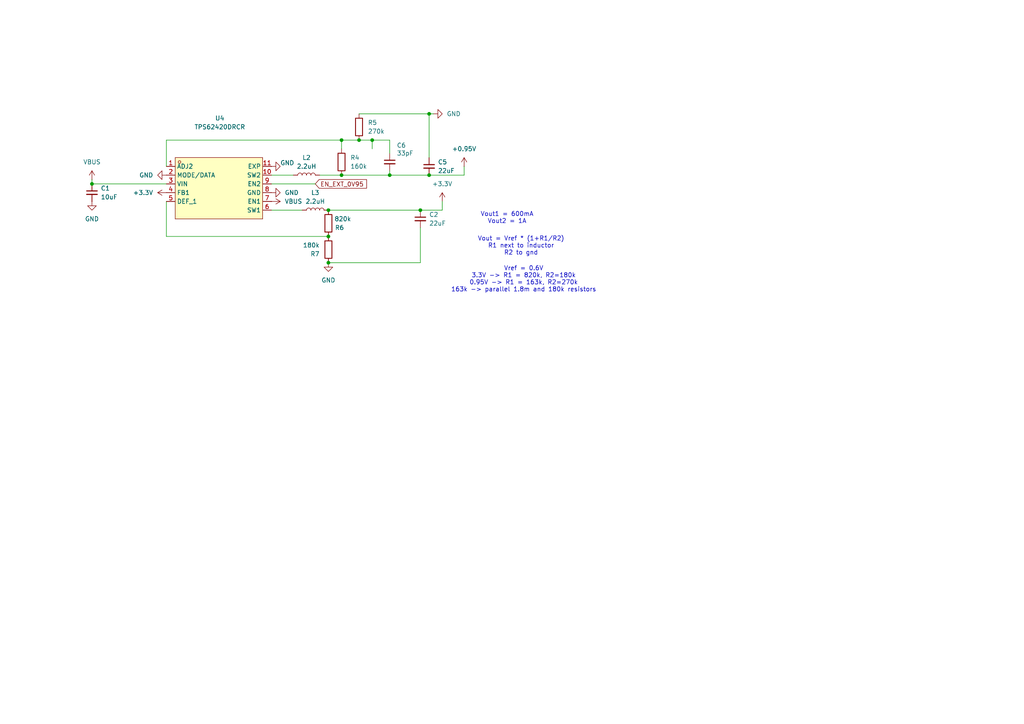
<source format=kicad_sch>
(kicad_sch (version 20250114) (generator "eeschema") (generator_version "9.0")
  (paper "A4")
  (lib_symbols
    (symbol "Device:C_Small" (pin_numbers (hide yes)) (pin_names (offset 0.254) (hide yes))
      (property "Reference" "C" (at 0.254 1.778 0))
      (property "Value" "C_Small" (at 0.254 -2.032 0))
      (symbol "C_Small_0_1"
        (polyline (pts (xy -1.524 0.508) (xy 1.524 0.508)) (stroke (width 0.3048)))
        (polyline (pts (xy -1.524 -0.508) (xy 1.524 -0.508)) (stroke (width 0.3302)))
      )
      (symbol "C_Small_1_1"
        (pin passive line (at 0 2.54 270) (length 2.032) (name "~") (number "1"))
        (pin passive line (at 0 -2.54 90) (length 2.032) (name "~") (number "2"))
      )
    )
    (symbol "Device:L" (pin_numbers (hide yes)) (pin_names (offset 1.016) (hide yes))
      (property "Reference" "L" (at -1.27 0 90))
      (property "Value" "L" (at 1.905 0 90))
      (symbol "L_0_1"
        (arc (start 0 2.54) (mid 0.6323 1.905) (end 0 1.27))
        (arc (start 0 1.27) (mid 0.6323 0.635) (end 0 0))
        (arc (start 0 0) (mid 0.6323 -0.635) (end 0 -1.27))
        (arc (start 0 -1.27) (mid 0.6323 -1.905) (end 0 -2.54))
      )
      (symbol "L_1_1"
        (pin passive line (at 0 3.81 270) (length 1.27) (name "1") (number "1"))
        (pin passive line (at 0 -3.81 90) (length 1.27) (name "2") (number "2"))
      )
    )
    (symbol "Device:R" (pin_numbers (hide yes)) (pin_names (offset 0))
      (property "Reference" "R" (at 2.032 0 90))
      (property "Value" "R" (at 0 0 90))
      (symbol "R_0_1"
        (rectangle (start -1.016 -2.54) (end 1.016 2.54) (stroke (width 0.254)))
      )
      (symbol "R_1_1"
        (pin passive line (at 0 3.81 270) (length 1.27) (name "~") (number "1"))
        (pin passive line (at 0 -3.81 90) (length 1.27) (name "~") (number "2"))
      )
    )
    (symbol "da:TPS62420DRCR"
      (property "Reference" "U" (at 0 11.43 0))
      (property "Value" "TPS62420DRCR" (at 0 -11.43 0))
      (symbol "TPS62420DRCR_0_1"
        (rectangle (start -12.7 8.89) (end 12.7 -8.89) (fill (type background)))
        (circle (center -11.43 7.62) (radius 0.38))
        (pin unspecified line (at -15.24 6.35 0) (length 2.54) (name "ADJ2") (number "1"))
        (pin unspecified line (at -15.24 3.81 0) (length 2.54) (name "MODE/DATA") (number "2"))
        (pin unspecified line (at -15.24 1.27 0) (length 2.54) (name "VIN") (number "3"))
        (pin unspecified line (at -15.24 -1.27 0) (length 2.54) (name "FB1") (number "4"))
        (pin unspecified line (at -15.24 -3.81 0) (length 2.54) (name "DEF_1") (number "5"))
        (pin unspecified line (at 15.24 6.35 180) (length 2.54) (name "EXP") (number "11"))
        (pin unspecified line (at 15.24 3.81 180) (length 2.54) (name "SW2") (number "10"))
        (pin unspecified line (at 15.24 1.27 180) (length 2.54) (name "EN2") (number "9"))
        (pin unspecified line (at 15.24 -1.27 180) (length 2.54) (name "GND") (number "8"))
        (pin unspecified line (at 15.24 -3.81 180) (length 2.54) (name "EN1") (number "7"))
        (pin unspecified line (at 15.24 -6.35 180) (length 2.54) (name "SW1") (number "6"))
      )
    )
    (symbol "power:+1V0" (power) (pin_numbers (hide yes)) (pin_names (offset 0) (hide yes))
      (property "Value" "+1V0" (at 0 3.556 0))
      (symbol "+1V0_0_1"
        (polyline (pts (xy -0.762 1.27) (xy 0 2.54)))
        (polyline (pts (xy 0 2.54) (xy 0.762 1.27)))
        (polyline (pts (xy 0 0) (xy 0 2.54)))
      )
      (symbol "+1V0_1_1"
        (pin power_in line (at 0 0 90) (length 0) (name "~") (number "1"))
      )
    )
    (symbol "power:+3.3V" (power) (pin_numbers (hide yes)) (pin_names (offset 0) (hide yes))
      (property "Value" "+3.3V" (at 0 3.556 0))
      (symbol "+3.3V_0_1"
        (polyline (pts (xy -0.762 1.27) (xy 0 2.54)))
        (polyline (pts (xy 0 2.54) (xy 0.762 1.27)))
        (polyline (pts (xy 0 0) (xy 0 2.54)))
      )
      (symbol "+3.3V_1_1"
        (pin power_in line (at 0 0 90) (length 0) (name "~") (number "1"))
      )
    )
    (symbol "power:GND" (power) (pin_numbers (hide yes)) (pin_names (offset 0) (hide yes))
      (property "Value" "GND" (at 0 -3.81 0))
      (symbol "GND_0_1"
        (polyline (pts (xy 0 0) (xy 0 -1.27) (xy 1.27 -1.27) (xy 0 -2.54) (xy -1.27 -1.27) (xy 0 -1.27)))
      )
      (symbol "GND_1_1"
        (pin power_in line (at 0 0 270) (length 0) (name "~") (number "1"))
      )
    )
    (symbol "power:VBUS" (power) (pin_numbers (hide yes)) (pin_names (offset 0) (hide yes))
      (property "Value" "VBUS" (at 0 3.556 0))
      (symbol "VBUS_0_1"
        (polyline (pts (xy -0.762 1.27) (xy 0 2.54)))
        (polyline (pts (xy 0 2.54) (xy 0.762 1.27)))
        (polyline (pts (xy 0 0) (xy 0 2.54)))
      )
      (symbol "VBUS_1_1"
        (pin power_in line (at 0 0 90) (length 0) (name "~") (number "1"))
      )
    )
  )
  (text "Vref = 0.6V\n3.3V -> R1 = 820k, R2=180k\n0.95V -> R1 = 163k, R2=270k\n163k -> parallel 1.8m and 180k resistors" (at 151.892 81.026 0) (effects (font (size 1.27 1.27))))
  (text "Vout = Vref * (1+R1/R2)\nR1 next to inductor\nR2 to gnd" (at 151.13 71.374 0) (effects (font (size 1.27 1.27))))
  (text "Vout1 = 600mA\nVout2 = 1A" (at 147.066 63.246 0) (effects (font (size 1.27 1.27))))
  (junction (at 95.25 76.2))
  (junction (at 124.46 50.8))
  (junction (at 107.95 40.64))
  (junction (at 95.25 60.96))
  (junction (at 104.14 40.64))
  (junction (at 121.92 60.96))
  (junction (at 26.67 53.34))
  (junction (at 99.06 40.64))
  (junction (at 113.03 50.8))
  (junction (at 124.46 33.02))
  (junction (at 95.25 68.58))
  (junction (at 99.06 50.8))
  (wire (pts (xy 26.67 53.34) (xy 26.67 52.07)))
  (wire (pts (xy 48.26 68.58) (xy 95.25 68.58)))
  (wire (pts (xy 107.95 43.18) (xy 107.95 40.64)))
  (wire (pts (xy 99.06 40.64) (xy 104.14 40.64)))
  (wire (pts (xy 95.25 76.2) (xy 121.92 76.2)))
  (wire (pts (xy 134.62 50.8) (xy 134.62 48.26)))
  (wire (pts (xy 78.74 60.96) (xy 87.63 60.96)))
  (wire (pts (xy 99.06 50.8) (xy 113.03 50.8)))
  (wire (pts (xy 124.46 50.8) (xy 134.62 50.8)))
  (wire (pts (xy 99.06 40.64) (xy 99.06 43.18)))
  (wire (pts (xy 104.14 33.02) (xy 124.46 33.02)))
  (wire (pts (xy 113.03 40.64) (xy 107.95 40.64)))
  (wire (pts (xy 124.46 33.02) (xy 124.46 45.72)))
  (wire (pts (xy 48.26 53.34) (xy 26.67 53.34)))
  (wire (pts (xy 121.92 60.96) (xy 128.27 60.96)))
  (wire (pts (xy 113.03 44.45) (xy 113.03 40.64)))
  (wire (pts (xy 48.26 68.58) (xy 48.26 58.42)))
  (wire (pts (xy 121.92 66.04) (xy 121.92 76.2)))
  (wire (pts (xy 104.14 40.64) (xy 107.95 40.64)))
  (wire (pts (xy 48.26 40.64) (xy 48.26 48.26)))
  (wire (pts (xy 125.73 33.02) (xy 124.46 33.02)))
  (wire (pts (xy 128.27 60.96) (xy 128.27 58.42)))
  (wire (pts (xy 113.03 50.8) (xy 124.46 50.8)))
  (wire (pts (xy 48.26 40.64) (xy 99.06 40.64)))
  (wire (pts (xy 92.71 50.8) (xy 99.06 50.8)))
  (wire (pts (xy 78.74 50.8) (xy 85.09 50.8)))
  (wire (pts (xy 113.03 49.53) (xy 113.03 50.8)))
  (wire (pts (xy 95.25 60.96) (xy 121.92 60.96)))
  (wire (pts (xy 78.74 53.34) (xy 91.44 53.34)))
  (global_label "EN_EXT_0V95" (shape input) (at 91.44 53.34 0) (property "Intersheetrefs" "${INTERSHEET_REFS}" (effects (hide yes))))
  (symbol (lib_id "power:+3.3V") (at 48.26 55.88 90) (unit 1)
    (property "Reference" "#PWR021" (effects (hide yes)))
    (property "Value" "+3.3V" (at 44.45 55.8799 90) (effects (justify left)))
    (property "Description" "Power symbol creates a global label with name \"+3.3V\"" (effects (hide yes)))
  )
  (symbol (lib_id "power:GND") (at 48.26 50.8 270) (unit 1)
    (property "Reference" "#PWR023" (effects (hide yes)))
    (property "Value" "GND" (at 44.45 50.7999 90) (effects (justify right)))
    (property "Description" "Power symbol creates a global label with name \"GND\" , ground" (effects (hide yes)))
  )
  (symbol (lib_id "Device:C_Small") (at 124.46 48.26 0) (unit 1)
    (property "Reference" "C5" (at 127 46.9962 0) (effects (justify left)))
    (property "Value" "22uF" (at 127 49.5362 0) (effects (justify left)))
    (property "Footprint" "Capacitor_SMD:C_0805_2012Metric" (effects (hide yes)))
    (property "Description" "Unpolarized capacitor, small symbol" (effects (hide yes)))
  )
  (symbol (lib_id "power:VBUS") (at 78.74 58.42 270) (unit 1)
    (property "Reference" "#PWR025" (effects (hide yes)))
    (property "Value" "VBUS" (at 82.55 58.4199 90) (effects (justify left)))
    (property "Description" "Power symbol creates a global label with name \"VBUS\"" (effects (hide yes)))
  )
  (symbol (lib_id "Device:R") (at 95.25 72.39 0) (unit 1)
    (property "Reference" "R7" (at 92.71 73.6601 0) (effects (justify right)))
    (property "Value" "180k" (at 92.71 71.1201 0) (effects (justify right)))
    (property "Footprint" "Resistor_SMD:R_0402_1005Metric" (effects (hide yes)))
    (property "Description" "Resistor" (effects (hide yes)))
  )
  (symbol (lib_id "power:GND") (at 26.67 58.42 0) (unit 1)
    (property "Reference" "#PWR015" (effects (hide yes)))
    (property "Value" "GND" (at 26.67 63.5 0))
    (property "Description" "Power symbol creates a global label with name \"GND\" , ground" (effects (hide yes)))
  )
  (symbol (lib_id "da:TPS62420DRCR") (at 63.5 54.61 0) (unit 1)
    (property "Reference" "U4" (at 63.754 34.29 0))
    (property "Value" "TPS62420DRCR" (at 63.754 36.83 0))
    (property "Footprint" "easyeda2kicad:VSON-10_L3.0-W3.0-P0.50-TL-EP" (effects (hide yes)))
    (property "Datasheet" "https://lcsc.com/product-detail/DC-DC-Converters_TI_TPS62420DRCR_TPS62420DRCR_C74233.html" (effects (hide yes)))
    (property "LCSC Part" "C74233" (effects (hide yes)))
  )
  (symbol (lib_id "power:GND") (at 125.73 33.02 90) (unit 1)
    (property "Reference" "#PWR022" (effects (hide yes)))
    (property "Value" "GND" (at 129.54 33.0199 90) (effects (justify right)))
    (property "Description" "Power symbol creates a global label with name \"GND\" , ground" (effects (hide yes)))
  )
  (symbol (lib_id "Device:R") (at 99.06 46.99 180) (unit 1)
    (property "Reference" "R4" (at 101.6 45.7199 0) (effects (justify right)))
    (property "Value" "160k" (at 101.6 48.2599 0) (effects (justify right)))
    (property "Footprint" "Resistor_SMD:R_0402_1005Metric" (effects (hide yes)))
    (property "Description" "Resistor" (effects (hide yes)))
  )
  (symbol (lib_id "power:+1V0") (at 134.62 48.26 0) (unit 1)
    (property "Reference" "#PWR017" (effects (hide yes)))
    (property "Value" "+0.95V" (at 134.62 43.18 0))
    (property "Description" "Power symbol creates a global label with name \"+1V0\"" (effects (hide yes)))
  )
  (symbol (lib_id "Device:C_Small") (at 26.67 55.88 0) (unit 1)
    (property "Reference" "C1" (at 29.21 54.6162 0) (effects (justify left)))
    (property "Value" "10uF" (at 29.21 57.1562 0) (effects (justify left)))
    (property "Footprint" "Capacitor_SMD:C_0805_2012Metric" (effects (hide yes)))
    (property "Description" "Unpolarized capacitor, small symbol" (effects (hide yes)))
  )
  (symbol (lib_id "Device:C_Small") (at 121.92 63.5 0) (unit 1)
    (property "Reference" "C2" (at 124.46 62.2362 0) (effects (justify left)))
    (property "Value" "22uF" (at 124.46 64.7762 0) (effects (justify left)))
    (property "Footprint" "Capacitor_SMD:C_0805_2012Metric" (effects (hide yes)))
    (property "Description" "Unpolarized capacitor, small symbol" (effects (hide yes)))
  )
  (symbol (lib_id "Device:R") (at 95.25 64.77 0) (unit 1)
    (property "Reference" "R6" (at 99.822 66.04 0) (effects (justify right)))
    (property "Value" "820k" (at 101.854 63.5 0) (effects (justify right)))
    (property "Footprint" "Resistor_SMD:R_0402_1005Metric" (effects (hide yes)))
    (property "Description" "Resistor" (effects (hide yes)))
  )
  (symbol (lib_id "Device:C_Small") (at 113.03 46.99 0) (unit 1)
    (property "Reference" "C6" (at 115.062 42.164 0) (effects (justify left)))
    (property "Value" "33pF" (at 115.062 44.4438 0) (effects (justify left)))
    (property "Footprint" "Capacitor_SMD:C_0402_1005Metric" (effects (hide yes)))
    (property "Description" "Unpolarized capacitor, small symbol" (effects (hide yes)))
  )
  (symbol (lib_id "power:GND") (at 78.74 48.26 90) (unit 1)
    (property "Reference" "#PWR020" (effects (hide yes)))
    (property "Value" "GND" (at 81.28 47.244 90) (effects (justify right)))
    (property "Description" "Power symbol creates a global label with name \"GND\" , ground" (effects (hide yes)))
  )
  (symbol (lib_id "power:VBUS") (at 26.67 52.07 0) (unit 1)
    (property "Reference" "#PWR014" (effects (hide yes)))
    (property "Value" "VBUS" (at 26.67 46.99 0))
    (property "Description" "Power symbol creates a global label with name \"VBUS\"" (effects (hide yes)))
  )
  (symbol (lib_id "Device:L") (at 88.9 50.8 90) (unit 1)
    (property "Reference" "L2" (at 88.9 45.72 90))
    (property "Value" "2.2uH" (at 88.9 48.26 90))
    (property "Footprint" "easyeda2kicad:IND-SMD_L3.5-W3.0" (effects (hide yes)))
    (property "Description" "Inductor" (effects (hide yes)))
  )
  (symbol (lib_id "power:GND") (at 95.25 76.2 0) (unit 1)
    (property "Reference" "#PWR018" (effects (hide yes)))
    (property "Value" "GND" (at 95.25 81.28 0))
    (property "Description" "Power symbol creates a global label with name \"GND\" , ground" (effects (hide yes)))
  )
  (symbol (lib_id "Device:R") (at 104.14 36.83 180) (unit 1)
    (property "Reference" "R5" (at 106.68 35.5599 0) (effects (justify right)))
    (property "Value" "270k" (at 106.68 38.0999 0) (effects (justify right)))
    (property "Footprint" "Resistor_SMD:R_0402_1005Metric" (effects (hide yes)))
    (property "Description" "Resistor" (effects (hide yes)))
  )
  (symbol (lib_id "Device:L") (at 91.44 60.96 90) (unit 1)
    (property "Reference" "L3" (at 91.44 55.88 90))
    (property "Value" "2.2uH" (at 91.44 58.42 90))
    (property "Footprint" "easyeda2kicad:IND-SMD_L3.5-W3.0" (effects (hide yes)))
    (property "Description" "Inductor" (effects (hide yes)))
  )
  (symbol (lib_id "power:GND") (at 78.74 55.88 90) (unit 1)
    (property "Reference" "#PWR019" (effects (hide yes)))
    (property "Value" "GND" (at 82.55 55.8799 90) (effects (justify right)))
    (property "Description" "Power symbol creates a global label with name \"GND\" , ground" (effects (hide yes)))
  )
  (symbol (lib_id "power:+3.3V") (at 128.27 58.42 0) (unit 1)
    (property "Reference" "#PWR016" (effects (hide yes)))
    (property "Value" "+3.3V" (at 128.27 53.34 0))
    (property "Description" "Power symbol creates a global label with name \"+3.3V\"" (effects (hide yes)))
  )
)
</source>
